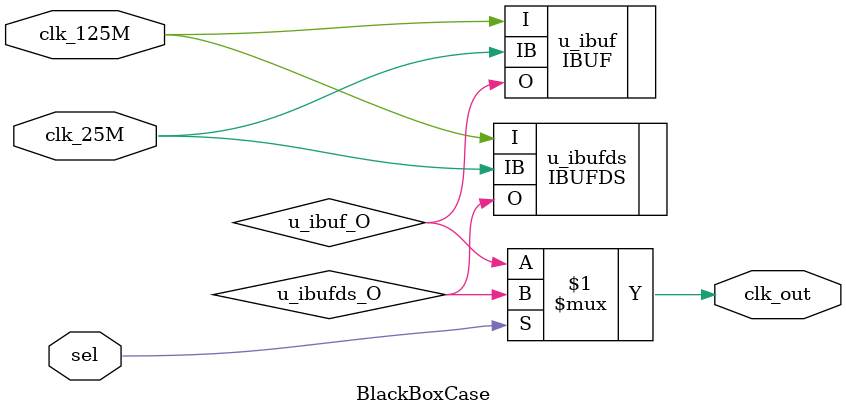
<source format=v>
module BlackBoxCase (
  input  clk_125M,
  input  clk_25M,
  input  sel,
  output clk_out
);
  wire  u_ibufds_O;
  wire  u_ibuf_O;

  assign clk_out = sel ? u_ibufds_O : u_ibuf_O;

  IBUFDS #(
    .DIFF_TERM  ("TRUE"   ),
    .IOSTANDARD ("DEFAULT")
  ) u_ibufds (
    .O  ( u_ibufds_O ),
    .I  ( clk_125M   ),
    .IB ( clk_25M    )
  );

  IBUF u_ibuf (
    .O  ( u_ibuf_O ),
    .I  ( clk_125M ),
    .IB ( clk_25M  )
  );
endmodule

</source>
